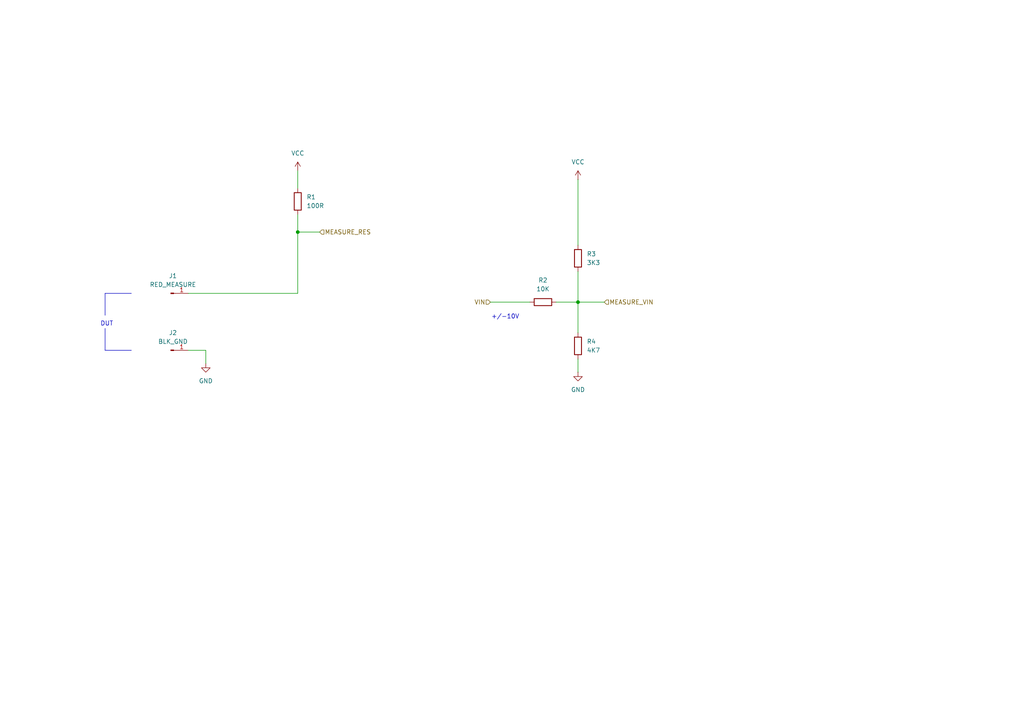
<source format=kicad_sch>
(kicad_sch (version 20241004) (generator "eeschema") (generator_version "8.99")
  (paper "A4")
  (title_block (title "DMM Measuring circuit") (date "2024-08-31") (rev "0.9") (company "HXR.DK"))
  (lib_symbols
    (symbol "Connector:Conn_01x01_Pin" (pin_names (offset 1.016) (hide yes))
      (property "Reference" "J" (at 0 2.54 0))
      (property "Value" "Conn_01x01_Pin" (at 0 -2.54 0))
      (symbol "Conn_01x01_Pin_1_1"
        (rectangle (start 0.8636 0.127) (end 0 -0.127) (stroke (width 0.1524)) (fill (type outline)))
        (polyline (pts (xy 1.27 0) (xy 0.8636 0)) (stroke (width 0.1524)))
        (pin passive line (at 5.08 0 180) (length 3.81) (name "Pin_1") (number "1"))
      )
    )
    (symbol "Device:R" (pin_numbers (hide yes)) (pin_names (offset 0))
      (property "Reference" "R" (at 2.032 0 90))
      (property "Value" "R" (at 0 0 90))
      (symbol "R_0_1"
        (rectangle (start -1.016 -2.54) (end 1.016 2.54) (stroke (width 0.254)))
      )
      (symbol "R_1_1"
        (pin passive line (at 0 3.81 270) (length 1.27) (name "~") (number "1"))
        (pin passive line (at 0 -3.81 90) (length 1.27) (name "~") (number "2"))
      )
    )
    (symbol "power:GND" (power) (pin_numbers (hide yes)) (pin_names (offset 0) (hide yes))
      (property "Value" "GND" (at 0 -3.81 0))
      (symbol "GND_0_1"
        (polyline (pts (xy 0 0) (xy 0 -1.27) (xy 1.27 -1.27) (xy 0 -2.54) (xy -1.27 -1.27) (xy 0 -1.27)))
      )
      (symbol "GND_1_1"
        (pin power_in line (at 0 0 270) (length 0) (name "~") (number "1"))
      )
    )
    (symbol "power:VCC" (power) (pin_numbers (hide yes)) (pin_names (offset 0) (hide yes))
      (property "Value" "VCC" (at 0 3.556 0))
      (symbol "VCC_0_1"
        (polyline (pts (xy -0.762 1.27) (xy 0 2.54)))
        (polyline (pts (xy 0 2.54) (xy 0.762 1.27)))
        (polyline (pts (xy 0 0) (xy 0 2.54)))
      )
      (symbol "VCC_1_1"
        (pin power_in line (at 0 0 90) (length 0) (name "~") (number "1"))
      )
    )
  )
  (text "+/-10V" (at 146.558 91.948 0) (effects (font (size 1.27 1.27))))
  (text "DUT" (at 30.988 93.98 0) (effects (font (size 1.27 1.27))))
  (junction (at 86.36 67.31))
  (junction (at 167.64 87.63))
  (wire (pts (xy 161.29 87.63) (xy 167.64 87.63)))
  (wire (pts (xy 86.36 67.31) (xy 92.71 67.31)))
  (wire (pts (xy 167.64 87.63) (xy 167.64 96.52)))
  (wire (pts (xy 167.64 52.07) (xy 167.64 71.12)))
  (polyline (pts (xy 30.48 85.09) (xy 30.48 91.44)))
  (wire (pts (xy 86.36 62.23) (xy 86.36 67.31)))
  (polyline (pts (xy 38.1 85.09) (xy 30.48 85.09)))
  (wire (pts (xy 167.64 104.14) (xy 167.64 107.95)))
  (wire (pts (xy 86.36 67.31) (xy 86.36 85.09)))
  (wire (pts (xy 59.69 101.6) (xy 59.69 105.41)))
  (wire (pts (xy 86.36 49.53) (xy 86.36 54.61)))
  (polyline (pts (xy 38.1 101.6) (xy 30.48 101.6)))
  (wire (pts (xy 167.64 87.63) (xy 175.26 87.63)))
  (polyline (pts (xy 30.48 95.25) (xy 30.48 101.6)))
  (wire (pts (xy 142.24 87.63) (xy 153.67 87.63)))
  (wire (pts (xy 167.64 78.74) (xy 167.64 87.63)))
  (wire (pts (xy 54.61 85.09) (xy 86.36 85.09)))
  (wire (pts (xy 54.61 101.6) (xy 59.69 101.6)))
  (hierarchical_label "MEASURE_VIN" (shape input) (at 175.26 87.63 0))
  (hierarchical_label "VIN" (shape input) (at 142.24 87.63 180))
  (hierarchical_label "MEASURE_RES" (shape input) (at 92.71 67.31 0))
  (symbol (lib_id "power:GND") (at 167.64 107.95 0) (unit 1)
    (property "Reference" "#PWR06" (effects (hide yes)))
    (property "Value" "GND" (at 167.64 113.03 0))
    (property "Description" "Power symbol creates a global label with name \"GND\" , ground" (effects (hide yes)))
  )
  (symbol (lib_id "Device:R") (at 86.36 58.42 0) (unit 1)
    (property "Reference" "R1" (at 88.9 57.1499 0) (effects (justify left)))
    (property "Value" "100R" (at 88.9 59.6899 0) (effects (justify left)))
    (property "Footprint" "Resistor_SMD:R_0603_1608Metric" (effects (hide yes)))
    (property "Description" "Resistor" (effects (hide yes)))
  )
  (symbol (lib_id "Connector:Conn_01x01_Pin") (at 49.53 85.09 0) (unit 1)
    (property "Reference" "J1" (at 50.165 80.01 0))
    (property "Value" "RED_MEASURE" (at 50.165 82.55 0))
    (property "Footprint" "TestPoint:TestPoint_Pad_D2.5mm" (effects (hide yes)))
    (property "Description" "Generic connector, single row, 01x01, script generated" (effects (hide yes)))
  )
  (symbol (lib_id "power:VCC") (at 86.36 49.53 0) (unit 1)
    (property "Reference" "#PWR04" (effects (hide yes)))
    (property "Value" "VCC" (at 86.36 44.45 0))
    (property "Description" "Power symbol creates a global label with name \"VCC\"" (effects (hide yes)))
  )
  (symbol (lib_id "power:GND") (at 59.69 105.41 0) (unit 1)
    (property "Reference" "#PWR03" (effects (hide yes)))
    (property "Value" "GND" (at 59.69 110.49 0))
    (property "Description" "Power symbol creates a global label with name \"GND\" , ground" (effects (hide yes)))
  )
  (symbol (lib_id "Device:R") (at 167.64 100.33 0) (unit 1)
    (property "Reference" "R4" (at 170.18 99.0599 0) (effects (justify left)))
    (property "Value" "4K7" (at 170.18 101.5999 0) (effects (justify left)))
    (property "Footprint" "Resistor_SMD:R_0603_1608Metric" (effects (hide yes)))
    (property "Description" "Resistor" (effects (hide yes)))
  )
  (symbol (lib_id "Device:R") (at 167.64 74.93 180) (unit 1)
    (property "Reference" "R3" (at 170.18 73.6599 0) (effects (justify right)))
    (property "Value" "3K3" (at 170.18 76.1999 0) (effects (justify right)))
    (property "Footprint" "Resistor_SMD:R_0603_1608Metric" (effects (hide yes)))
    (property "Description" "Resistor" (effects (hide yes)))
  )
  (symbol (lib_id "power:VCC") (at 167.64 52.07 0) (unit 1)
    (property "Reference" "#PWR05" (effects (hide yes)))
    (property "Value" "VCC" (at 167.64 46.99 0))
    (property "Description" "Power symbol creates a global label with name \"VCC\"" (effects (hide yes)))
  )
  (symbol (lib_id "Device:R") (at 157.48 87.63 90) (unit 1)
    (property "Reference" "R2" (at 157.48 81.28 90))
    (property "Value" "10K" (at 157.48 83.82 90))
    (property "Footprint" "Resistor_SMD:R_0603_1608Metric" (effects (hide yes)))
    (property "Description" "Resistor" (effects (hide yes)))
  )
  (symbol (lib_id "Connector:Conn_01x01_Pin") (at 49.53 101.6 0) (unit 1)
    (property "Reference" "J2" (at 50.165 96.52 0))
    (property "Value" "BLK_GND" (at 50.165 99.06 0))
    (property "Footprint" "TestPoint:TestPoint_Pad_D2.5mm" (effects (hide yes)))
    (property "Description" "Generic connector, single row, 01x01, script generated" (effects (hide yes)))
  )
)
</source>
